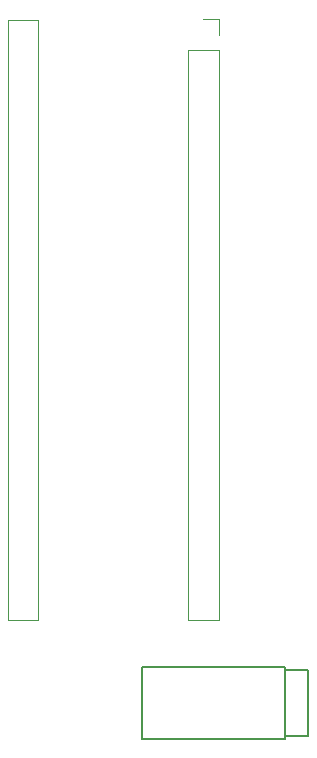
<source format=gbr>
%TF.GenerationSoftware,KiCad,Pcbnew,7.0.1-0*%
%TF.CreationDate,2025-04-04T15:19:30+02:00*%
%TF.ProjectId,nantor,6e616e74-6f72-42e6-9b69-6361645f7063,rev?*%
%TF.SameCoordinates,Original*%
%TF.FileFunction,Legend,Top*%
%TF.FilePolarity,Positive*%
%FSLAX46Y46*%
G04 Gerber Fmt 4.6, Leading zero omitted, Abs format (unit mm)*
G04 Created by KiCad (PCBNEW 7.0.1-0) date 2025-04-04 15:19:30*
%MOMM*%
%LPD*%
G01*
G04 APERTURE LIST*
%ADD10C,0.120000*%
%ADD11C,0.150000*%
G04 APERTURE END LIST*
D10*
%TO.C,U1*%
X184811983Y-56027968D02*
X184811983Y-106827968D01*
X184811983Y-106827968D02*
X187351983Y-106827968D01*
X187351983Y-56027968D02*
X184811983Y-56027968D01*
X187351983Y-106827968D02*
X187351983Y-56027968D01*
X199991983Y-58567968D02*
X199991983Y-106887968D01*
X199991983Y-106887968D02*
X202651983Y-106887968D01*
X202651983Y-55967968D02*
X201321983Y-55967968D01*
X202651983Y-57297968D02*
X202651983Y-55967968D01*
X202651983Y-58567968D02*
X199991983Y-58567968D01*
X202651983Y-106887968D02*
X202651983Y-58567968D01*
D11*
%TO.C,J1*%
X208215182Y-110837147D02*
X196115182Y-110837147D01*
X208215182Y-111087147D02*
X210215182Y-111087147D01*
X210215182Y-116687147D02*
X210215182Y-111087147D01*
X208215182Y-116687147D02*
X210215182Y-116687147D01*
X208215182Y-116937147D02*
X208215182Y-110837147D01*
X208215182Y-116937147D02*
X196115182Y-116937147D01*
X196115182Y-116937147D02*
X196115182Y-110837147D01*
%TD*%
M02*

</source>
